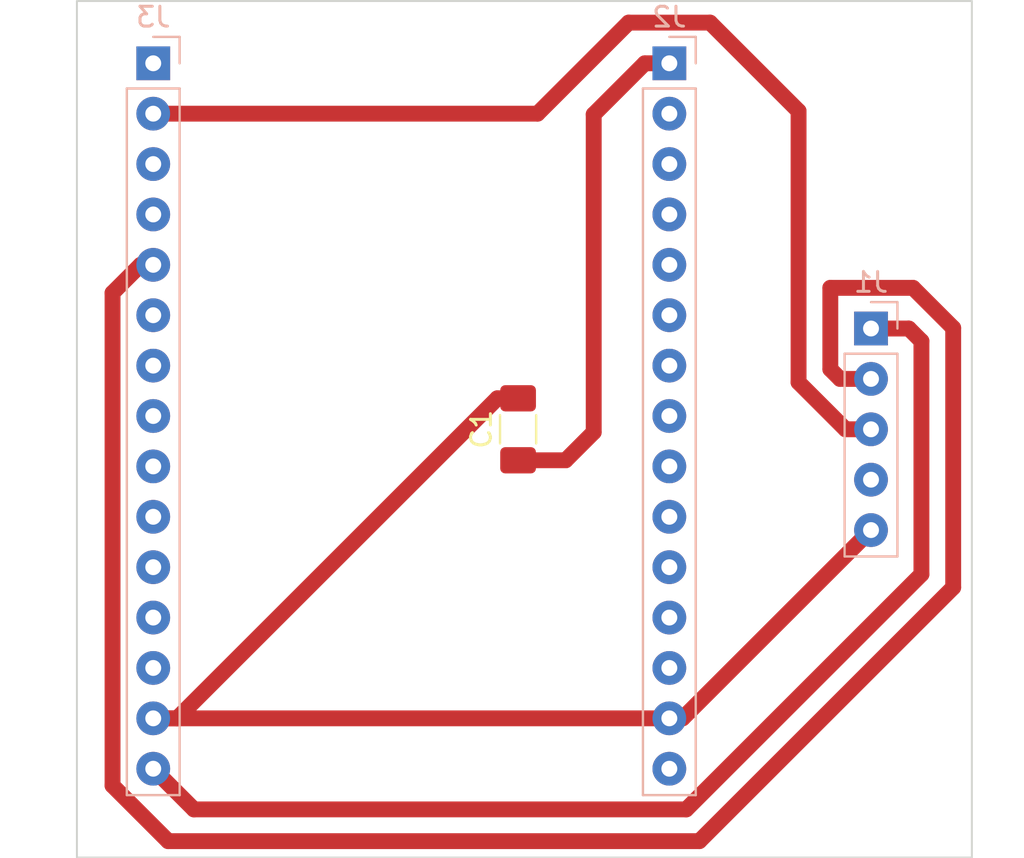
<source format=kicad_pcb>
(kicad_pcb (version 20211014) (generator pcbnew)
  (layers (0 "F.Cu" signal) (31 "B.Cu" signal) (34 "B.Paste" user) (35 "F.Paste" user) (36 "B.SilkS" user "B.Silkscreen") (37 "F.SilkS" user "F.Silkscreen") (38 "B.Mask" user) (39 "F.Mask" user) (44 "Edge.Cuts" user))
  (net 0 "")
  (net 1 "/EN")
  (net 2 "GND")
  (net 3 "+3.3V")
  (net 4 "/GPIO21")
  (net 5 "/GPIO22")
  (net 7 "/GPIO36")
  (net 8 "/GPIO39")
  (net 9 "/GPIO34")
  (net 10 "/GPIO35")
  (net 11 "/GPIO32")
  (net 12 "/GPIO33")
  (net 13 "/GPIO25")
  (net 14 "/GPIO26")
  (net 15 "/GPIO27")
  (net 16 "/GPIO14")
  (net 17 "/GPIO12")
  (net 18 "/GPIO13")
  (net 19 "+5V")
  (net 20 "/GPIO23")
  (net 21 "/GPIO1")
  (net 22 "/GPIO3")
  (net 23 "/GPIO19")
  (net 24 "/GPIO18")
  (net 25 "/GPIO5")
  (net 26 "/GPIO17")
  (net 27 "/GPIO16")
  (net 28 "/GPIO4")
  (net 29 "/GPIO2")
  (net 30 "/GPIO15")
  (footprint "Capacitor_SMD:C_1206_3216Metric_Pad1.33x1.80mm_HandSolder" (layer "F.Cu") (at 129.54 88.9 90)
    (fp_text reference "C1" (at 0 -1.85 90) (layer "F.SilkS"))
    (fp_text value "0.1u")
    (fp_line (start -0.711252 -0.91) (end 0.711252 -0.91) (layer "F.SilkS") (width 0.12))
    (fp_line (start -0.711252 0.91) (end 0.711252 0.91) (layer "F.SilkS") (width 0.12))
    (pad "1" smd roundrect (at -1.5625 0 90) (size 1.325 1.8) (layers "F.Cu" "F.Paste" "F.Mask") (roundrect_rratio 0.1886792453) (net 1 "/EN"))
    (pad "2" smd roundrect (at 1.5625 0 90) (size 1.325 1.8) (layers "F.Cu" "F.Paste" "F.Mask") (roundrect_rratio 0.1886792453) (net 2 "GND"))
  )
  (footprint "Connector_PinHeader_2.54mm:PinHeader_1x15_P2.54mm_Vertical" (layer "B.Cu") (at 137.16 70.45 180)
    (fp_text reference "J2" (at 0 2.33) (layer "B.SilkS") (effects (justify mirror)))
    (fp_text value "Conn_01x15_Female")
    (fp_line (start -1.33 0) (end -1.33 1.33) (layer "B.SilkS") (width 0.12))
    (fp_line (start -1.33 -1.27) (end 1.33 -1.27) (layer "B.SilkS") (width 0.12))
    (fp_line (start -1.33 -1.27) (end -1.33 -36.89) (layer "B.SilkS") (width 0.12))
    (fp_line (start -1.33 -36.89) (end 1.33 -36.89) (layer "B.SilkS") (width 0.12))
    (fp_line (start 1.33 -1.27) (end 1.33 -36.89) (layer "B.SilkS") (width 0.12))
    (fp_line (start -1.33 1.33) (end 0 1.33) (layer "B.SilkS") (width 0.12))
    (pad "1" thru_hole rect (at 0 0 180) (size 1.7 1.7) (drill 0.8) (layers *.Cu *.Mask) (net 1 "/EN"))
    (pad "2" thru_hole oval (at 0 -2.54 180) (size 1.7 1.7) (drill 0.8) (layers *.Cu *.Mask) (net 7 "/GPIO36"))
    (pad "3" thru_hole oval (at 0 -5.08 180) (size 1.7 1.7) (drill 0.8) (layers *.Cu *.Mask) (net 8 "/GPIO39"))
    (pad "4" thru_hole oval (at 0 -7.62 180) (size 1.7 1.7) (drill 0.8) (layers *.Cu *.Mask) (net 9 "/GPIO34"))
    (pad "5" thru_hole oval (at 0 -10.16 180) (size 1.7 1.7) (drill 0.8) (layers *.Cu *.Mask) (net 10 "/GPIO35"))
    (pad "6" thru_hole oval (at 0 -12.7 180) (size 1.7 1.7) (drill 0.8) (layers *.Cu *.Mask) (net 11 "/GPIO32"))
    (pad "7" thru_hole oval (at 0 -15.24 180) (size 1.7 1.7) (drill 0.8) (layers *.Cu *.Mask) (net 12 "/GPIO33"))
    (pad "8" thru_hole oval (at 0 -17.78 180) (size 1.7 1.7) (drill 0.8) (layers *.Cu *.Mask) (net 13 "/GPIO25"))
    (pad "9" thru_hole oval (at 0 -20.32 180) (size 1.7 1.7) (drill 0.8) (layers *.Cu *.Mask) (net 14 "/GPIO26"))
    (pad "10" thru_hole oval (at 0 -22.86 180) (size 1.7 1.7) (drill 0.8) (layers *.Cu *.Mask) (net 15 "/GPIO27"))
    (pad "11" thru_hole oval (at 0 -25.4 180) (size 1.7 1.7) (drill 0.8) (layers *.Cu *.Mask) (net 16 "/GPIO14"))
    (pad "12" thru_hole oval (at 0 -27.94 180) (size 1.7 1.7) (drill 0.8) (layers *.Cu *.Mask) (net 17 "/GPIO12"))
    (pad "13" thru_hole oval (at 0 -30.48 180) (size 1.7 1.7) (drill 0.8) (layers *.Cu *.Mask) (net 18 "/GPIO13"))
    (pad "14" thru_hole oval (at 0 -33.02 180) (size 1.7 1.7) (drill 0.8) (layers *.Cu *.Mask) (net 2 "GND"))
    (pad "15" thru_hole oval (at 0 -35.56 180) (size 1.7 1.7) (drill 0.8) (layers *.Cu *.Mask) (net 19 "+5V"))
  )
  (footprint "Connector_PinHeader_2.54mm:PinHeader_1x05_P2.54mm_Vertical" (layer "B.Cu") (at 147.32 83.82 180)
    (fp_text reference "J1" (at 0 2.33) (layer "B.SilkS") (effects (justify mirror)))
    (fp_text value "Conn_01x05_Female")
    (fp_line (start -1.33 -1.27) (end -1.33 -11.49) (layer "B.SilkS") (width 0.12))
    (fp_line (start 1.33 -1.27) (end 1.33 -11.49) (layer "B.SilkS") (width 0.12))
    (fp_line (start -1.33 1.33) (end 0 1.33) (layer "B.SilkS") (width 0.12))
    (fp_line (start -1.33 0) (end -1.33 1.33) (layer "B.SilkS") (width 0.12))
    (fp_line (start -1.33 -11.49) (end 1.33 -11.49) (layer "B.SilkS") (width 0.12))
    (fp_line (start -1.33 -1.27) (end 1.33 -1.27) (layer "B.SilkS") (width 0.12))
    (pad "1" thru_hole rect (at 0 0 180) (size 1.7 1.7) (drill 0.8) (layers *.Cu *.Mask) (net 3 "+3.3V"))
    (pad "2" thru_hole oval (at 0 -2.54 180) (size 1.7 1.7) (drill 0.8) (layers *.Cu *.Mask) (net 4 "/GPIO21"))
    (pad "3" thru_hole oval (at 0 -5.08 180) (size 1.7 1.7) (drill 0.8) (layers *.Cu *.Mask) (net 5 "/GPIO22"))
    (pad "4" thru_hole oval (at 0 -7.62 180) (size 1.7 1.7) (drill 0.8) (layers *.Cu *.Mask))
    (pad "5" thru_hole oval (at 0 -10.16 180) (size 1.7 1.7) (drill 0.8) (layers *.Cu *.Mask) (net 2 "GND"))
  )
  (footprint "Connector_PinHeader_2.54mm:PinHeader_1x15_P2.54mm_Vertical" (layer "B.Cu") (at 111.16 70.45 180)
    (fp_text reference "J3" (at 0 2.33) (layer "B.SilkS") (effects (justify mirror)))
    (fp_text value "Conn_01x15_Female")
    (fp_line (start 1.33 -1.27) (end 1.33 -36.89) (layer "B.SilkS") (width 0.12))
    (fp_line (start -1.33 -1.27) (end -1.33 -36.89) (layer "B.SilkS") (width 0.12))
    (fp_line (start -1.33 -36.89) (end 1.33 -36.89) (layer "B.SilkS") (width 0.12))
    (fp_line (start -1.33 -1.27) (end 1.33 -1.27) (layer "B.SilkS") (width 0.12))
    (fp_line (start -1.33 0) (end -1.33 1.33) (layer "B.SilkS") (width 0.12))
    (fp_line (start -1.33 1.33) (end 0 1.33) (layer "B.SilkS") (width 0.12))
    (pad "1" thru_hole rect (at 0 0 180) (size 1.7 1.7) (drill 0.8) (layers *.Cu *.Mask) (net 20 "/GPIO23"))
    (pad "2" thru_hole oval (at 0 -2.54 180) (size 1.7 1.7) (drill 0.8) (layers *.Cu *.Mask) (net 5 "/GPIO22"))
    (pad "3" thru_hole oval (at 0 -5.08 180) (size 1.7 1.7) (drill 0.8) (layers *.Cu *.Mask) (net 21 "/GPIO1"))
    (pad "4" thru_hole oval (at 0 -7.62 180) (size 1.7 1.7) (drill 0.8) (layers *.Cu *.Mask) (net 22 "/GPIO3"))
    (pad "5" thru_hole oval (at 0 -10.16 180) (size 1.7 1.7) (drill 0.8) (layers *.Cu *.Mask) (net 4 "/GPIO21"))
    (pad "6" thru_hole oval (at 0 -12.7 180) (size 1.7 1.7) (drill 0.8) (layers *.Cu *.Mask) (net 23 "/GPIO19"))
    (pad "7" thru_hole oval (at 0 -15.24 180) (size 1.7 1.7) (drill 0.8) (layers *.Cu *.Mask) (net 24 "/GPIO18"))
    (pad "8" thru_hole oval (at 0 -17.78 180) (size 1.7 1.7) (drill 0.8) (layers *.Cu *.Mask) (net 25 "/GPIO5"))
    (pad "9" thru_hole oval (at 0 -20.32 180) (size 1.7 1.7) (drill 0.8) (layers *.Cu *.Mask) (net 26 "/GPIO17"))
    (pad "10" thru_hole oval (at 0 -22.86 180) (size 1.7 1.7) (drill 0.8) (layers *.Cu *.Mask) (net 27 "/GPIO16"))
    (pad "11" thru_hole oval (at 0 -25.4 180) (size 1.7 1.7) (drill 0.8) (layers *.Cu *.Mask) (net 28 "/GPIO4"))
    (pad "12" thru_hole oval (at 0 -27.94 180) (size 1.7 1.7) (drill 0.8) (layers *.Cu *.Mask) (net 29 "/GPIO2"))
    (pad "13" thru_hole oval (at 0 -30.48 180) (size 1.7 1.7) (drill 0.8) (layers *.Cu *.Mask) (net 30 "/GPIO15"))
    (pad "14" thru_hole oval (at 0 -33.02 180) (size 1.7 1.7) (drill 0.8) (layers *.Cu *.Mask) (net 2 "GND"))
    (pad "15" thru_hole oval (at 0 -35.56 180) (size 1.7 1.7) (drill 0.8) (layers *.Cu *.Mask) (net 3 "+3.3V"))
  )
  (gr_rect (start 107.315 67.31) (end 152.4 110.49) (layer "Edge.Cuts") (width 0.1) (fill none))
  (segment (start 133.35 89.04625) (end 133.35 73.025) (width 0.8) (layer "F.Cu") (net 1))
  (segment (start 133.35 73.025) (end 135.925 70.45) (width 0.8) (layer "F.Cu") (net 1))
  (segment (start 129.54 90.4625) (end 131.93375 90.4625) (width 0.8) (layer "F.Cu") (net 1))
  (segment (start 135.925 70.45) (end 137.16 70.45) (width 0.8) (layer "F.Cu") (net 1))
  (segment (start 131.93375 90.4625) (end 133.35 89.04625) (width 0.8) (layer "F.Cu") (net 1))
  (segment (start 137.16 103.47) (end 111.16 103.47) (width 0.8) (layer "F.Cu") (net 2))
  (segment (start 111.16 103.47) (end 112.362081 103.47) (width 0.8) (layer "F.Cu") (net 2))
  (segment (start 137.83 103.47) (end 147.32 93.98) (width 0.8) (layer "F.Cu") (net 2))
  (segment (start 128.494581 87.3375) (end 129.54 87.3375) (width 0.8) (layer "F.Cu") (net 2))
  (segment (start 137.16 103.47) (end 137.83 103.47) (width 0.8) (layer "F.Cu") (net 2))
  (segment (start 112.362081 103.47) (end 128.494581 87.3375) (width 0.8) (layer "F.Cu") (net 2))
  (segment (start 149.86 96.209138) (end 138.009138 108.06) (width 0.8) (layer "F.Cu") (net 3))
  (segment (start 149.225 83.82) (end 149.86 84.455) (width 0.8) (layer "F.Cu") (net 3))
  (segment (start 138.009138 108.06) (end 113.21 108.06) (width 0.8) (layer "F.Cu") (net 3))
  (segment (start 147.32 83.82) (end 149.225 83.82) (width 0.8) (layer "F.Cu") (net 3))
  (segment (start 113.21 108.06) (end 111.16 106.01) (width 0.8) (layer "F.Cu") (net 3))
  (segment (start 149.86 84.455) (end 149.86 96.209138) (width 0.8) (layer "F.Cu") (net 3))
  (segment (start 111.910862 109.66) (end 109.11 106.859138) (width 0.8) (layer "F.Cu") (net 4))
  (segment (start 151.46 96.87188) (end 138.67188 109.66) (width 0.8) (layer "F.Cu") (net 4))
  (segment (start 109.11 82.025) (end 110.525 80.61) (width 0.8) (layer "F.Cu") (net 4))
  (segment (start 109.11 106.859138) (end 109.11 82.025) (width 0.8) (layer "F.Cu") (net 4))
  (segment (start 145.27 85.87) (end 145.27 81.77) (width 0.8) (layer "F.Cu") (net 4))
  (segment (start 138.67188 109.66) (end 111.910862 109.66) (width 0.8) (layer "F.Cu") (net 4))
  (segment (start 147.32 86.36) (end 145.76 86.36) (width 0.8) (layer "F.Cu") (net 4))
  (segment (start 145.27 81.77) (end 149.437742 81.77) (width 0.8) (layer "F.Cu") (net 4))
  (segment (start 110.525 80.61) (end 111.16 80.61) (width 0.8) (layer "F.Cu") (net 4))
  (segment (start 151.46 83.792258) (end 151.46 96.87188) (width 0.8) (layer "F.Cu") (net 4))
  (segment (start 149.437742 81.77) (end 151.46 83.792258) (width 0.8) (layer "F.Cu") (net 4))
  (segment (start 145.76 86.36) (end 145.27 85.87) (width 0.8) (layer "F.Cu") (net 4))
  (segment (start 139.21 68.4) (end 135.11 68.4) (width 0.8) (layer "F.Cu") (net 5))
  (segment (start 143.67 86.532742) (end 143.67 72.86) (width 0.8) (layer "F.Cu") (net 5))
  (segment (start 146.037258 88.9) (end 143.67 86.532742) (width 0.8) (layer "F.Cu") (net 5))
  (segment (start 147.32 88.9) (end 146.037258 88.9) (width 0.8) (layer "F.Cu") (net 5))
  (segment (start 143.67 72.86) (end 139.21 68.4) (width 0.8) (layer "F.Cu") (net 5))
  (segment (start 135.11 68.4) (end 130.52 72.99) (width 0.8) (layer "F.Cu") (net 5))
  (segment (start 130.52 72.99) (end 111.16 72.99) (width 0.8) (layer "F.Cu") (net 5))
)
</source>
